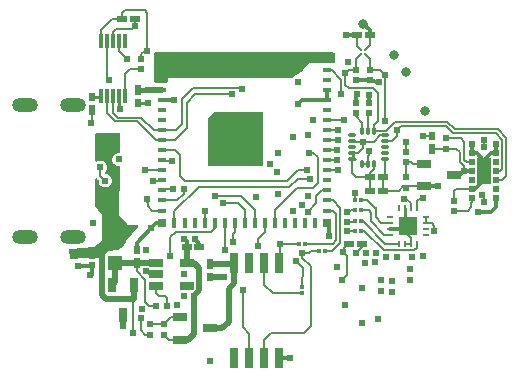
<source format=gtl>
G04 Layer: TopLayer*
G04 Panelize: , Column: 1, Row: 1, Board Size: 43.14mm x 33.02mm, Panelized Board Size: 43.14mm x 33.02mm*
G04 EasyEDA v6.5.42, 2024-05-16 10:06:30*
G04 7028ff2cb4d24ddea7bcc12f254d0658,9a4ed40c0dd746429eaf55b84663d2fb,10*
G04 Gerber Generator version 0.2*
G04 Scale: 100 percent, Rotated: No, Reflected: No *
G04 Dimensions in millimeters *
G04 leading zeros omitted , absolute positions ,4 integer and 5 decimal *
%FSLAX45Y45*%
%MOMM*%

%AMMACRO1*21,1,$1,$2,0,0,$3*%
%AMMACRO2*4,1,4,-0.2,0.4001,0.2,0.4001,0.2,-0.4001,-0.2,-0.4001,-0.2,0.4001,0*%
%AMMACRO3*4,1,4,-0.1999,0.4001,0.1999,0.4001,0.1999,-0.4001,-0.1999,-0.4001,-0.1999,0.4001,0*%
%ADD10C,0.2000*%
%ADD11C,0.5000*%
%ADD12C,0.1600*%
%ADD13C,0.3000*%
%ADD14C,0.2616*%
%ADD15C,0.2110*%
%ADD16C,0.2960*%
%ADD17C,0.4648*%
%ADD18C,0.2620*%
%ADD19C,0.2030*%
%ADD20C,0.3130*%
%ADD21R,1.1999X1.1999*%
%ADD22R,1.2500X0.7000*%
%ADD23MACRO1,0.54X0.5656X0.0000*%
%ADD24R,0.5400X0.5657*%
%ADD25R,1.2000X1.2000*%
%ADD26MACRO1,0.54X0.7901X0.0000*%
%ADD27R,0.5400X0.7901*%
%ADD28R,0.7112X1.7406*%
%ADD29MACRO1,0.54X0.5656X-90.0000*%
%ADD30R,0.7000X1.2500*%
%ADD31MACRO1,0.324X0.3031X-90.0000*%
%ADD32MACRO1,0.6223X1.1049X-90.0000*%
%ADD33MACRO1,0.54X0.7901X90.0000*%
%ADD34R,0.6000X0.5000*%
%ADD35R,0.3000X1.3000*%
%ADD36MACRO1,0.54X0.7901X-90.0000*%
%ADD37R,0.2500X0.6000*%
%ADD38R,0.6000X0.2500*%
%ADD39R,1.5000X1.5000*%
%ADD40MACRO1,0.324X0.3031X0.0000*%
%ADD41R,0.3240X0.3031*%
%ADD42O,0.7999984X0.2800096*%
%ADD43O,0.2800096X0.7999984*%
%ADD44R,0.8001X0.8001*%
%ADD45MACRO2*%
%ADD46MACRO3*%
%ADD47R,0.8001X0.4001*%
%ADD48R,0.5000X0.5000*%
%ADD49R,1.2000X2.3160*%
%ADD50O,2.1999956000000003X1.1999976*%
%ADD51C,0.8000*%
%ADD52C,0.6096*%
%ADD53C,0.6200*%
%ADD54C,0.0124*%

%LPD*%
G36*
X-459435Y1491538D02*
G01*
X-463296Y1492250D01*
X-466598Y1494434D01*
X-468833Y1497685D01*
X-469646Y1501597D01*
X-471271Y1660347D01*
X-470306Y1665833D01*
X-470306Y1737868D01*
X-469544Y1741728D01*
X-467309Y1745030D01*
X-464007Y1747266D01*
X-460146Y1748028D01*
X1048359Y1748028D01*
X1052271Y1747266D01*
X1055522Y1745030D01*
X1057757Y1741728D01*
X1058519Y1737868D01*
X1058519Y1668627D01*
X1057757Y1664766D01*
X1055573Y1661464D01*
X1052322Y1659280D01*
X1048512Y1658467D01*
X839114Y1655825D01*
X837184Y1654962D01*
X793140Y1596034D01*
X790549Y1593596D01*
X732586Y1555699D01*
X729640Y1554378D01*
X726541Y1553565D01*
X717651Y1549400D01*
X709625Y1543812D01*
X701802Y1535887D01*
X699363Y1534007D01*
X696722Y1532788D01*
X693826Y1532331D01*
X-120243Y1531315D01*
X-355955Y1529283D01*
X-356971Y1528318D01*
X-356311Y1502562D01*
X-356971Y1498600D01*
X-359156Y1495247D01*
X-362458Y1492961D01*
X-366369Y1492148D01*
G37*

%LPD*%
G36*
X-3759Y787349D02*
G01*
X-7670Y788111D01*
X-10922Y790295D01*
X-13157Y793597D01*
X-13919Y797509D01*
X-13919Y1181912D01*
X-13157Y1185824D01*
X-10922Y1189075D01*
X41503Y1241552D01*
X44805Y1243787D01*
X48717Y1244549D01*
X444550Y1244549D01*
X448462Y1243787D01*
X451713Y1241552D01*
X453948Y1238250D01*
X454710Y1234389D01*
X454710Y797509D01*
X453948Y793597D01*
X451713Y790295D01*
X448462Y788111D01*
X444550Y787349D01*
G37*

%LPD*%
G36*
X-1174445Y1219D02*
G01*
X-1178356Y1828D01*
X-1181760Y3860D01*
X-1184097Y7112D01*
X-1185011Y10972D01*
X-1187551Y76504D01*
X-1186942Y80365D01*
X-1184960Y83718D01*
X-1181862Y86055D01*
X-1178102Y87020D01*
X-978611Y100787D01*
X-977239Y101142D01*
X-913536Y150774D01*
X-912469Y152552D01*
X-910590Y371652D01*
X-910945Y373126D01*
X-966978Y448665D01*
X-968451Y451510D01*
X-969010Y454710D01*
X-969010Y671474D01*
X-968197Y675487D01*
X-965860Y678840D01*
X-962406Y680974D01*
X-958342Y681583D01*
X-954379Y680567D01*
X-950163Y676910D01*
X-943406Y670153D01*
X-941019Y666445D01*
X-939647Y651865D01*
X-937107Y642416D01*
X-932942Y633476D01*
X-927303Y625449D01*
X-920394Y618490D01*
X-912317Y612851D01*
X-903427Y608736D01*
X-893927Y606196D01*
X-884123Y605332D01*
X-874369Y606196D01*
X-864869Y608736D01*
X-855980Y612851D01*
X-847902Y618490D01*
X-840994Y625449D01*
X-835355Y633476D01*
X-831189Y642416D01*
X-828649Y651865D01*
X-827786Y661670D01*
X-828649Y671474D01*
X-831189Y680923D01*
X-835355Y689864D01*
X-840994Y697890D01*
X-847902Y704850D01*
X-855980Y710488D01*
X-864869Y714603D01*
X-874369Y717143D01*
X-879856Y717651D01*
X-883462Y718667D01*
X-886460Y720902D01*
X-888441Y724103D01*
X-889152Y728776D01*
X-888390Y732688D01*
X-886155Y735990D01*
X-881887Y740257D01*
X-876249Y748284D01*
X-872083Y757224D01*
X-869543Y766673D01*
X-868680Y776478D01*
X-869543Y786282D01*
X-872083Y795731D01*
X-876249Y804672D01*
X-881887Y812698D01*
X-888796Y819658D01*
X-896874Y825296D01*
X-905764Y829411D01*
X-915263Y831951D01*
X-925017Y832815D01*
X-934821Y831951D01*
X-944321Y829411D01*
X-953211Y825296D01*
X-957275Y823671D01*
X-961644Y823925D01*
X-965504Y825957D01*
X-968146Y829411D01*
X-969060Y833678D01*
X-969111Y1036116D01*
X-969365Y1056182D01*
X-968603Y1060145D01*
X-966419Y1063498D01*
X-963066Y1065682D01*
X-959103Y1066444D01*
X-767080Y1064869D01*
X-763168Y1064056D01*
X-759917Y1061821D01*
X-757732Y1058519D01*
X-757021Y1054608D01*
X-757275Y1031900D01*
X-757021Y1030681D01*
X-758291Y908913D01*
X-759002Y905256D01*
X-761034Y902055D01*
X-764032Y899871D01*
X-767638Y898906D01*
X-778916Y897991D01*
X-788365Y895451D01*
X-797255Y891336D01*
X-805332Y885698D01*
X-812241Y878738D01*
X-817880Y870712D01*
X-822045Y861771D01*
X-824585Y852322D01*
X-825449Y842518D01*
X-824585Y832713D01*
X-822045Y823264D01*
X-817880Y814324D01*
X-812241Y806297D01*
X-805332Y799338D01*
X-797255Y793699D01*
X-788365Y789584D01*
X-778865Y787044D01*
X-768959Y786180D01*
X-765352Y785114D01*
X-762355Y782878D01*
X-760374Y779627D01*
X-759714Y775919D01*
X-763981Y369062D01*
X-763524Y367436D01*
X-702208Y293065D01*
X-700430Y289864D01*
X-699922Y285597D01*
X-617321Y286105D01*
X-613562Y285445D01*
X-610311Y283413D01*
X-608076Y280314D01*
X-607110Y276656D01*
X-607568Y272846D01*
X-609396Y269494D01*
X-705408Y152806D01*
X-705713Y145592D01*
X-706374Y142443D01*
X-707948Y139649D01*
X-743458Y95707D01*
X-746963Y92913D01*
X-751281Y91897D01*
X-762304Y91795D01*
X-779627Y74523D01*
X-782878Y72390D01*
X-786638Y71577D01*
X-858570Y70510D01*
X-859282Y63398D01*
X-860399Y59690D01*
X-862787Y56692D01*
X-866089Y54813D01*
X-872845Y52476D01*
X-877722Y49428D01*
X-881786Y45313D01*
X-884885Y40436D01*
X-886764Y34950D01*
X-887476Y28702D01*
X-888746Y24892D01*
X-891336Y21793D01*
X-894943Y20015D01*
X-951585Y4724D01*
X-954430Y4368D01*
X-1053744Y6350D01*
G37*

%LPD*%
G36*
X217271Y1226108D02*
G01*
X157276Y1166114D01*
X157276Y1106119D01*
X277266Y1106119D01*
X277266Y1226108D01*
G37*
D10*
X-450263Y-401988D02*
G01*
X-455089Y-397162D01*
X-513509Y-397162D01*
X-544497Y-366174D01*
X-544497Y-179230D01*
X-618919Y-104808D01*
X-618919Y-34958D01*
D11*
X-639493Y-221140D02*
G01*
X-639493Y-338996D01*
X-876221Y-338996D01*
X-911019Y-304198D01*
X-911019Y62831D01*
D10*
X-455879Y-130741D02*
G01*
X-511858Y-130741D01*
X-536089Y-106509D01*
X466930Y304388D02*
G01*
X466930Y226661D01*
X408891Y168622D01*
X408891Y104995D01*
D12*
X783414Y-241460D02*
G01*
X788240Y-77884D01*
X731344Y-17432D01*
X997031Y494377D02*
G01*
X1042746Y494377D01*
X1103965Y433161D01*
X1103965Y132684D01*
X1039370Y68089D01*
X974549Y68089D01*
X828601Y397197D02*
G01*
X903902Y472498D01*
X903902Y536120D01*
X946988Y579211D01*
X997031Y579211D01*
X926238Y68092D02*
G01*
X861001Y68092D01*
X845101Y52189D01*
X785700Y52189D01*
X594601Y-37800D02*
G01*
X594601Y123578D01*
X594591Y123588D01*
X594601Y123578D01*
X594601Y96319D01*
X594601Y103576D01*
D13*
X589193Y-836924D02*
G01*
X590908Y-835210D01*
X680392Y-835210D01*
D12*
X594591Y123588D02*
G01*
X603910Y123588D01*
X608713Y128391D01*
X755855Y128391D01*
D10*
X-992883Y1258155D02*
G01*
X-992883Y1161034D01*
X-1001778Y1152136D01*
X127081Y304388D02*
G01*
X127081Y73903D01*
X129898Y71086D01*
D13*
X2427450Y893958D02*
G01*
X2385456Y895601D01*
X2318148Y828294D01*
X2318148Y817869D01*
X2217465Y893958D02*
G01*
X2260488Y893574D01*
X2318148Y835913D01*
X2318148Y817869D01*
X2217465Y968961D02*
G01*
X2217465Y893958D01*
X2217465Y593958D02*
G01*
X2250071Y594360D01*
X2321956Y666244D01*
X2321956Y742939D01*
X2427450Y968961D02*
G01*
X2427450Y893958D01*
D12*
X2427437Y668873D02*
G01*
X2478001Y668873D01*
X2508387Y699254D01*
X2508387Y1011425D01*
D13*
X2217460Y743958D02*
G01*
X2215019Y746396D01*
X2153998Y746396D01*
D12*
X2322469Y478962D02*
G01*
X2322469Y529336D01*
X2308202Y543603D01*
X2322469Y1008959D02*
G01*
X2322469Y944585D01*
X2321384Y943500D01*
D11*
X-523669Y1429351D02*
G01*
X-403019Y1429351D01*
D13*
X1352359Y1320380D02*
G01*
X1346964Y1325775D01*
X1346964Y1389118D01*
X997005Y304325D02*
G01*
X1012802Y288531D01*
X1012802Y191406D01*
D10*
X1391879Y804631D02*
G01*
X1391879Y763483D01*
X1354581Y726186D01*
X1358574Y722193D01*
X1358574Y689564D01*
D12*
X-403019Y919319D02*
G01*
X-292275Y919319D01*
X-250111Y877409D01*
X-250111Y700879D01*
X-209217Y659731D01*
X651842Y659731D01*
X-298119Y303877D02*
G01*
X-298119Y406478D01*
X-93903Y610707D01*
X674720Y610707D01*
X743811Y679797D01*
X852299Y679797D01*
X823191Y754499D02*
G01*
X746602Y754499D01*
X651837Y659734D01*
D13*
X-495297Y261612D02*
G01*
X-452584Y304325D01*
X-402993Y304325D01*
X-618919Y74007D02*
G01*
X-618919Y137990D01*
X-495297Y261612D01*
X-997884Y-52230D02*
G01*
X-999162Y-137068D01*
X-1000841Y-135389D01*
X-1013711Y-135389D01*
X-997965Y-52196D02*
G01*
X-1002017Y-56248D01*
X-1117856Y-56248D01*
D10*
X1481902Y1044608D02*
G01*
X1445166Y1044608D01*
X1393256Y992700D01*
X1299898Y992700D01*
X1358470Y689449D02*
G01*
X1356438Y572355D01*
X1201882Y994620D02*
G01*
X1203802Y992700D01*
X1299898Y992700D01*
D13*
X1248234Y1893917D02*
G01*
X1157556Y1892139D01*
X1247726Y1391759D02*
G01*
X1235270Y1379303D01*
X1235270Y1319126D01*
X1236550Y1514949D02*
G01*
X1356438Y1514695D01*
X997005Y1344330D02*
G01*
X784016Y1344330D01*
X749302Y1309616D01*
X997000Y1429318D02*
G01*
X997000Y1344330D01*
X1300612Y1991888D02*
G01*
X1357320Y1935180D01*
X1357320Y1893945D01*
D12*
X1291922Y1084673D02*
G01*
X1291922Y1150967D01*
X1235280Y1207609D01*
X1235280Y1232501D01*
D14*
X1213436Y894681D02*
G01*
X1213436Y842865D01*
X1228676Y842865D01*
D12*
X1232639Y497070D02*
G01*
X1232689Y497121D01*
X1232689Y553788D01*
X1114808Y1399786D02*
G01*
X1114808Y1518584D01*
X1034115Y1599277D01*
X997031Y1599277D01*
X997005Y749333D02*
G01*
X998870Y751197D01*
X1082398Y751197D01*
X997005Y834321D02*
G01*
X1000572Y837887D01*
X1075794Y837887D01*
X997005Y919340D02*
G01*
X1001077Y923409D01*
X1080594Y923409D01*
X997005Y1004326D02*
G01*
X1000086Y1007407D01*
X1084201Y1007407D01*
X997005Y1089314D02*
G01*
X998794Y1091100D01*
X1085090Y1091100D01*
X997005Y1174325D02*
G01*
X999888Y1177206D01*
X1140005Y1177206D01*
X-402993Y834321D02*
G01*
X-401530Y832858D01*
X-318767Y832858D01*
X-403019Y494377D02*
G01*
X-277792Y494377D01*
X-218691Y553481D01*
X-218691Y592320D01*
X-816785Y1377027D02*
G01*
X-816785Y1237581D01*
X-775383Y1196433D01*
X-581835Y1196433D01*
X-474901Y1089245D01*
X-403019Y1089245D01*
D10*
X297007Y304325D02*
G01*
X297007Y414309D01*
X241170Y470146D01*
X113286Y470146D01*
X381988Y304325D02*
G01*
X381988Y411767D01*
X264934Y528820D01*
X45722Y528820D01*
D12*
X-402993Y579335D02*
G01*
X-393057Y589272D01*
X-307591Y589272D01*
X-403019Y749393D02*
G01*
X-545259Y748377D01*
X-403019Y664303D02*
G01*
X-406118Y661205D01*
X-478203Y661205D01*
X1230866Y239034D02*
G01*
X1228831Y236999D01*
X1164008Y236999D01*
X1230096Y318023D02*
G01*
X1225882Y313809D01*
X1165202Y313809D01*
X-42593Y406493D02*
G01*
X-42593Y304736D01*
X-43004Y304325D01*
D11*
X-196009Y-35720D02*
G01*
X-195501Y99661D01*
X-734387Y-471177D02*
G01*
X-734387Y-567623D01*
X-734113Y-567900D01*
D10*
X-884171Y661662D02*
G01*
X-925070Y702561D01*
X-925070Y720846D01*
X-925070Y776475D01*
D12*
X1356438Y1601307D02*
G01*
X1440667Y1601307D01*
X1486486Y1555488D01*
X1486489Y1555485D01*
X1486489Y1170122D01*
X1303393Y804585D02*
G01*
X1303446Y804638D01*
X1341884Y804638D01*
X1341884Y1084623D02*
G01*
X1341884Y1223332D01*
X1352359Y1233807D01*
X1318265Y1771528D02*
G01*
X1357320Y1810583D01*
X1357320Y1893945D01*
X1278285Y1771528D02*
G01*
X1248303Y1801510D01*
X1248303Y1893945D01*
X1278285Y1731548D02*
G01*
X1236553Y1689816D01*
X1236553Y1601525D01*
X1318265Y1731548D02*
G01*
X1356441Y1693372D01*
X1356441Y1601271D01*
D13*
X-304975Y1344007D02*
G01*
X-403019Y1344261D01*
D12*
X-402996Y1089314D02*
G01*
X-288719Y1089314D01*
D10*
X-916861Y1847181D02*
G01*
X-916861Y1939129D01*
X-825675Y2030061D01*
X-740331Y2030061D01*
X-740331Y2030061D02*
G01*
X-740331Y2083909D01*
X-714169Y2109817D01*
X-551609Y2109817D01*
X-526463Y2084671D01*
X-526463Y1764123D01*
X-816785Y1847181D02*
G01*
X-816785Y1924397D01*
X-793417Y1947765D01*
X-656003Y1947765D01*
X-631111Y1972657D01*
X-631111Y1972657D02*
G01*
X-631111Y1972657D01*
X-631111Y2030061D01*
X-578025Y1691225D02*
G01*
X-578025Y1734151D01*
X-548053Y1764123D01*
X-526463Y1764123D01*
X-766780Y1847103D02*
G01*
X-766780Y1758569D01*
X-698700Y1690489D01*
D15*
X-716760Y1377104D02*
G01*
X-716760Y1563773D01*
X-675896Y1604637D01*
X-578004Y1604637D01*
D16*
X-520113Y1319979D02*
G01*
X-521004Y1320871D01*
X-606976Y1320871D01*
D17*
X-523669Y1429453D02*
G01*
X-524073Y1429857D01*
X-606976Y1429857D01*
D18*
X-992883Y1367172D02*
G01*
X-926693Y1367172D01*
X-916762Y1377104D01*
X-766767Y1377104D02*
G01*
X-766767Y1273771D01*
X-758111Y1265115D01*
D19*
X-455851Y-225712D02*
G01*
X-456359Y-285910D01*
X-429689Y-312580D01*
X-381175Y-312580D01*
X-363903Y-330106D01*
X-363903Y-401988D01*
D10*
X42014Y304337D02*
G01*
X41394Y258003D01*
X14097Y230698D01*
X-288594Y230698D01*
X-334210Y185084D01*
X-334210Y27602D01*
D11*
X-455851Y-35720D02*
G01*
X-618919Y-34958D01*
X-618995Y-34958D02*
G01*
X-623237Y-30716D01*
X-801621Y-30716D01*
X-829383Y-221241D02*
G01*
X-801618Y-193476D01*
X-801618Y-30716D01*
D12*
X-332407Y1089245D02*
G01*
X-281099Y1089245D01*
X-232585Y1138013D01*
X-232585Y1353405D01*
X-137843Y1448147D01*
X269826Y1448147D01*
X277954Y1440019D01*
X-866823Y1378297D02*
G01*
X-866823Y1233771D01*
X-798243Y1165191D01*
X-615871Y1165191D01*
X-454835Y1004409D01*
X-291005Y1004409D01*
X-190421Y1104739D01*
X-190421Y1322163D01*
X-120825Y1391759D01*
X187784Y1391759D01*
D13*
X-86461Y99568D02*
G01*
X-86461Y126359D01*
X-127505Y167403D01*
X-213890Y167098D02*
G01*
X-213890Y167088D01*
X-195478Y148676D01*
X-195478Y99568D01*
D10*
X-866780Y1847103D02*
G01*
X-866780Y1526794D01*
X-853488Y1513502D01*
D12*
X2217470Y818967D02*
G01*
X2177127Y818967D01*
X2156998Y839096D01*
X2156998Y989995D01*
X2126912Y1020081D01*
X2004291Y1020081D01*
X2508328Y1011521D02*
G01*
X2508328Y1026761D01*
X2437462Y1097627D01*
X2074242Y1097627D01*
X2010742Y1161127D01*
X1568528Y1161127D01*
X1492074Y1084673D01*
X1391998Y1084673D01*
X1588340Y1088991D02*
G01*
X1622376Y1123027D01*
X1999566Y1123027D01*
X2060526Y1062067D01*
X2422222Y1062067D01*
X2476832Y1007457D01*
X2476832Y759807D01*
X2461084Y744059D01*
X2427556Y744059D01*
X1886028Y933797D02*
G01*
X2004392Y933543D01*
X1280947Y497070D02*
G01*
X1332936Y497070D01*
X1401894Y428106D01*
X1827618Y354284D02*
G01*
X1827618Y304302D01*
D18*
X1677624Y279082D02*
G01*
X1652597Y304078D01*
X1652597Y429094D01*
D20*
X1527606Y254284D02*
G01*
X1652846Y254284D01*
X1677624Y279082D01*
D12*
X1827740Y304355D02*
G01*
X1878291Y304355D01*
X1903199Y279450D01*
X1903199Y232503D01*
D10*
X1652770Y129087D02*
G01*
X1652770Y128295D01*
X1702777Y129095D01*
D12*
X1494751Y204271D02*
G01*
X1527520Y204271D01*
X1279222Y239107D02*
G01*
X1308940Y239107D01*
X1476072Y71975D01*
X1496392Y71975D01*
X1404444Y435703D02*
G01*
X1404444Y351375D01*
X1451180Y304385D01*
X1527634Y304385D01*
X1602818Y129125D02*
G01*
X1486486Y129125D01*
X1297510Y318101D01*
X1278460Y318101D01*
D10*
X1465653Y572861D02*
G01*
X1599463Y572861D01*
X1641096Y614494D01*
X1815746Y614494D01*
D12*
X1663778Y689449D02*
G01*
X1661746Y816195D01*
X1815746Y804486D02*
G01*
X1718812Y804486D01*
X1707078Y816218D01*
X1661698Y816218D01*
X2217465Y518972D02*
G01*
X2215779Y438147D01*
X2067384Y406493D02*
G01*
X2183970Y406493D01*
X2215720Y438243D01*
X2217498Y593945D02*
G01*
X2087958Y593945D01*
X2067384Y573371D01*
X2067384Y493107D01*
X1732452Y71912D02*
G01*
X1752805Y92262D01*
X1752805Y129092D01*
X2004392Y933543D02*
G01*
X2087704Y933543D01*
X2115898Y905349D01*
X2115898Y820259D01*
X2153998Y782159D01*
X2153998Y746345D01*
D13*
X2427556Y519015D02*
G01*
X2427556Y442561D01*
X2384376Y399635D01*
X2273632Y399635D01*
X2153996Y746399D02*
G01*
X2117087Y709490D01*
X2065672Y709490D01*
X1815736Y614494D02*
G01*
X1930796Y614494D01*
D12*
X1562178Y1013807D02*
G01*
X1588340Y1039969D01*
X1588340Y1088991D01*
X1481889Y994630D02*
G01*
X1543004Y994630D01*
X1562181Y1013807D01*
X1661746Y902809D02*
G01*
X1659206Y991201D01*
X1229339Y410966D02*
G01*
X1196660Y410966D01*
X1179893Y394200D01*
X1165506Y394200D01*
D10*
X1202004Y894684D02*
G01*
X1255857Y894684D01*
X1299898Y938725D01*
X1299898Y992700D01*
D12*
X1496486Y71912D02*
G01*
X1732452Y71912D01*
X1702625Y429092D02*
G01*
X1702625Y470870D01*
X1664995Y508500D01*
X1644906Y508500D01*
X1752678Y428337D02*
G01*
X1752678Y488281D01*
X1772490Y508093D01*
X1806780Y511903D01*
X1277698Y411065D02*
G01*
X1345516Y411065D01*
X1365074Y391507D01*
X1365074Y316831D01*
X1477596Y204309D01*
X1527634Y204309D01*
X804166Y128389D02*
G01*
X1042520Y128389D01*
X1071196Y157065D01*
X1071196Y380842D01*
X1042499Y409287D01*
X997031Y409287D01*
X1177592Y129908D02*
G01*
X1127998Y80314D01*
X1127998Y56100D01*
X1128092Y55973D02*
G01*
X1163906Y20159D01*
X1163906Y-134018D01*
X1116916Y-181008D01*
X1286588Y129887D02*
G01*
X1286588Y96867D01*
X1236042Y46321D01*
D10*
X552020Y304385D02*
G01*
X552020Y416653D01*
X737948Y602581D01*
X877140Y602581D01*
X915494Y641189D01*
X915494Y858613D01*
X873838Y900269D01*
X839802Y900269D01*
X1702894Y129125D02*
G01*
X1701878Y178401D01*
X1677748Y202277D01*
X1677748Y278985D01*
X1886028Y1042763D02*
G01*
X1806780Y1042763D01*
X1358470Y689449D02*
G01*
X1240106Y691481D01*
X1202006Y729835D01*
X1202006Y844643D01*
X1341960Y804511D02*
G01*
X1341706Y870551D01*
X1350342Y879441D01*
X1350342Y914493D01*
X1465658Y572355D02*
G01*
X1467690Y689449D01*
X1467589Y689551D02*
G01*
X1481889Y703851D01*
X1481889Y844618D01*
D12*
X1391998Y1084673D02*
G01*
X1391998Y1131663D01*
X1425018Y1164937D01*
X1425018Y1406237D01*
X1385902Y1445607D01*
X1177622Y1445607D01*
X1148412Y1474817D01*
X1148412Y1573369D01*
X1176606Y1601563D01*
X1236550Y1601563D01*
D13*
X1356438Y1514695D02*
G01*
X1361236Y1509897D01*
X1393197Y1509897D01*
X1409697Y1493398D01*
X1431897Y1493398D01*
D12*
X783414Y-289720D02*
G01*
X532462Y-289720D01*
X462104Y-219616D01*
X462104Y-37752D01*
X785700Y52163D02*
G01*
X785700Y8729D01*
X854026Y-59596D01*
X854026Y-569374D01*
X797638Y-625762D01*
X520270Y-625762D01*
X462104Y-683928D01*
X462104Y-836836D01*
D10*
X194642Y145127D02*
G01*
X194642Y209643D01*
X211914Y226915D01*
X211914Y304385D01*
D11*
X-249763Y-683892D02*
G01*
X-186202Y-683892D01*
X-136192Y-633884D01*
X-136192Y-313799D01*
X-88806Y-266412D01*
X-88806Y-77101D01*
X-130081Y-35821D01*
X-195887Y-35821D01*
X208206Y-37879D02*
G01*
X205793Y-40292D01*
X4803Y-40292D01*
D12*
X281002Y-260764D02*
G01*
X281002Y-576994D01*
X337136Y-632874D01*
X337136Y-845472D01*
D10*
X-507591Y-555505D02*
G01*
X-506702Y-554616D01*
X-389102Y-554616D01*
X-389100Y-554616D02*
G01*
X-328391Y-493908D01*
X-282059Y-493908D01*
X-389100Y-641179D02*
G01*
X-346387Y-683892D01*
X-249763Y-683892D01*
X-507669Y-642015D02*
G01*
X-545683Y-642015D01*
X-581403Y-606295D01*
X-581403Y-502495D01*
D11*
X78Y-588932D02*
G01*
X101424Y-588932D01*
X159590Y-530766D01*
X159590Y-256700D01*
X208104Y-208186D01*
X208104Y-38006D01*
X4808Y-149308D02*
G01*
X4909Y-149410D01*
X124792Y-149410D01*
D10*
X-403019Y409287D02*
G01*
X-486331Y409287D01*
X-524431Y447387D01*
X-526463Y507331D01*
X-649805Y-624288D02*
G01*
X-649805Y-338996D01*
D21*
G01*
X52250Y1011953D03*
G01*
X52250Y846955D03*
G01*
X217248Y846955D03*
G01*
X382247Y846955D03*
G01*
X382247Y1011953D03*
G01*
X382247Y1176952D03*
G01*
X217248Y1176952D03*
G01*
X217248Y1011953D03*
D22*
G01*
X180Y-588906D03*
G01*
X-249781Y-683902D03*
G01*
X-249781Y-493910D03*
D23*
G01*
X-389100Y-554615D03*
D24*
G01*
X-389100Y-641179D03*
D23*
G01*
X-507598Y-642082D03*
D24*
G01*
X-507591Y-555505D03*
D25*
G01*
X-801621Y289196D03*
G01*
X-801621Y-30792D03*
D26*
G01*
X4800Y-40294D03*
D27*
G01*
X4803Y-149308D03*
D28*
G01*
X208206Y-836937D03*
G01*
X335206Y-836937D03*
G01*
X462206Y-836937D03*
G01*
X589206Y-836937D03*
G01*
X589206Y-37879D03*
G01*
X462206Y-37879D03*
G01*
X335206Y-37879D03*
G01*
X208206Y-37879D03*
D29*
G01*
X-450381Y-401998D03*
G01*
X-363815Y-401998D03*
D30*
G01*
X-734387Y-471177D03*
G01*
X-829383Y-221241D03*
G01*
X-639391Y-221241D03*
D31*
G01*
X1230937Y239107D03*
G01*
X1279248Y239107D03*
G01*
X1230175Y318101D03*
G01*
X1278486Y318101D03*
G01*
X1229413Y411065D03*
G01*
X1277724Y411065D03*
G01*
X1232715Y497171D03*
G01*
X1281026Y497171D03*
D26*
G01*
X-992886Y1258166D03*
D27*
G01*
X-992883Y1367172D03*
D32*
G01*
X-195879Y-225783D03*
G01*
X-195879Y-35834D03*
G01*
X-455884Y-35831D03*
G01*
X-455884Y-130746D03*
G01*
X-455881Y-225778D03*
D23*
G01*
X-1117854Y30328D03*
D24*
G01*
X-1117851Y-56243D03*
D33*
G01*
X-86464Y99568D03*
G01*
X-195474Y99568D03*
D26*
G01*
X-618997Y-34947D03*
D27*
G01*
X-618995Y74058D03*
D34*
G01*
X-997963Y-52204D03*
G01*
X-997963Y27805D03*
D35*
G01*
X-916759Y1377104D03*
G01*
X-866772Y1377104D03*
G01*
X-816785Y1377104D03*
G01*
X-766772Y1377104D03*
G01*
X-716760Y1377104D03*
G01*
X-716785Y1847080D03*
G01*
X-766772Y1847080D03*
G01*
X-816759Y1847080D03*
G01*
X-866772Y1847080D03*
G01*
X-916785Y1847080D03*
D36*
G01*
X1248305Y1893945D03*
G01*
X1357317Y1893945D03*
D26*
G01*
X-606978Y1429870D03*
D27*
G01*
X-606981Y1320868D03*
D37*
G01*
X1602767Y129100D03*
G01*
X1652780Y129100D03*
G01*
X1702767Y129100D03*
G01*
X1752780Y129100D03*
D38*
G01*
X1827608Y204284D03*
G01*
X1827608Y254297D03*
G01*
X1827608Y304284D03*
G01*
X1827608Y354296D03*
D37*
G01*
X1752627Y429099D03*
G01*
X1702615Y429099D03*
G01*
X1652628Y429099D03*
G01*
X1602767Y429099D03*
D38*
G01*
X1527609Y354296D03*
G01*
X1527609Y304284D03*
G01*
X1527609Y254297D03*
G01*
X1527609Y204284D03*
D39*
G01*
X1677621Y279087D03*
D23*
G01*
X-578022Y1691189D03*
D24*
G01*
X-578025Y1604611D03*
D33*
G01*
X1467589Y689564D03*
G01*
X1358577Y689564D03*
D23*
G01*
X1235268Y1232548D03*
D24*
G01*
X1235280Y1319115D03*
D23*
G01*
X1352362Y1233818D03*
D24*
G01*
X1352374Y1320385D03*
D33*
G01*
X1465557Y572470D03*
G01*
X1356545Y572470D03*
D31*
G01*
X926241Y68099D03*
G01*
X974552Y68099D03*
G01*
X755843Y128399D03*
G01*
X804153Y128399D03*
D40*
G01*
X783297Y-289653D03*
D41*
G01*
X783287Y-241333D03*
D42*
G01*
X1481889Y844618D03*
G01*
X1481889Y894631D03*
G01*
X1481889Y944618D03*
G01*
X1481889Y994630D03*
G01*
X1481889Y1044618D03*
D43*
G01*
X1391871Y1084623D03*
G01*
X1341884Y1084623D03*
G01*
X1291871Y1084623D03*
D42*
G01*
X1201879Y1044618D03*
G01*
X1201879Y994630D03*
G01*
X1201879Y944618D03*
G01*
X1201879Y894631D03*
G01*
X1201879Y844618D03*
D43*
G01*
X1291871Y804638D03*
G01*
X1341884Y804638D03*
G01*
X1391871Y804638D03*
D44*
G01*
X-402993Y1704306D03*
D45*
G01*
X-298000Y1704319D03*
G01*
X-212986Y1704319D03*
G01*
X-127998Y1704319D03*
G01*
X-42984Y1704319D03*
G01*
X42003Y1704319D03*
D46*
G01*
X127005Y1704319D03*
D45*
G01*
X212006Y1704319D03*
G01*
X382008Y1704319D03*
D46*
G01*
X297007Y1704319D03*
G01*
X467009Y1704319D03*
D45*
G01*
X552010Y1704319D03*
G01*
X636998Y1704319D03*
G01*
X722012Y1704319D03*
G01*
X807001Y1704319D03*
G01*
X892014Y1704319D03*
D44*
G01*
X997003Y1704306D03*
D47*
G01*
X997003Y1599303D03*
G01*
X997003Y1514314D03*
G01*
X997003Y1429326D03*
G01*
X997003Y1344312D03*
G01*
X997003Y1259298D03*
G01*
X997003Y1174310D03*
G01*
X997003Y1089296D03*
G01*
X997003Y1004333D03*
G01*
X997003Y919319D03*
G01*
X997003Y834306D03*
G01*
X997003Y749317D03*
G01*
X997003Y664303D03*
G01*
X997003Y579315D03*
G01*
X997003Y494301D03*
G01*
X997003Y409313D03*
D44*
G01*
X997003Y304309D03*
D45*
G01*
X892014Y304322D03*
G01*
X807001Y304322D03*
G01*
X722012Y304322D03*
G01*
X636998Y304322D03*
G01*
X552010Y304322D03*
D46*
G01*
X467009Y304322D03*
D45*
G01*
X382008Y304322D03*
D46*
G01*
X297007Y304322D03*
D45*
G01*
X212006Y304322D03*
D46*
G01*
X127005Y304322D03*
D45*
G01*
X42003Y304322D03*
G01*
X-42984Y304322D03*
G01*
X-127998Y304322D03*
G01*
X-212986Y304322D03*
G01*
X-298000Y304322D03*
D44*
G01*
X-402993Y304309D03*
D47*
G01*
X-402993Y409313D03*
G01*
X-402993Y494301D03*
G01*
X-402993Y579315D03*
G01*
X-402993Y664303D03*
G01*
X-402993Y749317D03*
G01*
X-402993Y834306D03*
G01*
X-402993Y919319D03*
G01*
X-402993Y1004333D03*
G01*
X-402993Y1089296D03*
G01*
X-402993Y1174310D03*
G01*
X-402993Y1259298D03*
G01*
X-402993Y1344312D03*
G01*
X-402993Y1429326D03*
G01*
X-402993Y1599303D03*
G01*
X-402993Y1514314D03*
D10*
G01*
X1318262Y1771515D03*
G01*
X1318262Y1731535D03*
G01*
X1278282Y1771515D03*
G01*
X1278282Y1731535D03*
D23*
G01*
X1236553Y1514961D03*
D24*
G01*
X1236550Y1601538D03*
D23*
G01*
X1356441Y1514707D03*
D24*
G01*
X1356438Y1601284D03*
D36*
G01*
X-740224Y2030176D03*
G01*
X-631212Y2030176D03*
D48*
G01*
X2217473Y518965D03*
G01*
X2217473Y593971D03*
G01*
X2217473Y668952D03*
G01*
X2217473Y743958D03*
G01*
X2217473Y818964D03*
G01*
X2217473Y893970D03*
G01*
X2217473Y968951D03*
G01*
X2322476Y478960D03*
D49*
G01*
X2322476Y743958D03*
D48*
G01*
X2322476Y1008956D03*
G01*
X2427455Y518965D03*
G01*
X2427455Y593971D03*
G01*
X2427455Y668952D03*
G01*
X2427455Y743958D03*
G01*
X2427455Y818964D03*
G01*
X2427455Y893970D03*
G01*
X2427455Y968951D03*
D22*
G01*
X2065657Y709490D03*
G01*
X1815721Y614494D03*
G01*
X1815721Y804486D03*
D36*
G01*
X1177592Y129900D03*
G01*
X1286603Y129900D03*
D23*
G01*
X1661695Y816215D03*
D24*
G01*
X1661695Y902784D03*
D23*
G01*
X2067295Y492982D03*
D24*
G01*
X2067283Y406417D03*
D23*
G01*
X2004296Y1020080D03*
D24*
G01*
X2004291Y933518D03*
D23*
G01*
X1663796Y689479D03*
D24*
G01*
X1663804Y602912D03*
D26*
G01*
X1886097Y933691D03*
D27*
G01*
X1886104Y1042713D03*
D50*
G01*
X-1160447Y181907D03*
G01*
X-1560446Y181907D03*
G01*
X-1160447Y1305882D03*
G01*
X-1560446Y1305882D03*
D51*
G01*
X1562254Y1730265D03*
G01*
X1300609Y1991885D03*
G01*
X1823900Y1249697D03*
G01*
X1661695Y1582234D03*
D52*
G01*
X-520113Y1319979D03*
G01*
X1903199Y232503D03*
G01*
X-526463Y1764225D03*
G01*
X-758111Y1265115D03*
G01*
X-523669Y1429453D03*
G01*
X277954Y1440121D03*
G01*
X187784Y1391861D03*
G01*
X-299641Y1599379D03*
G01*
X-304975Y1344109D03*
G01*
X-853488Y1513502D03*
G01*
X-698700Y1690489D03*
G01*
X-631111Y1972657D03*
G01*
X-1001773Y1152136D03*
G01*
X1114808Y1399786D03*
G01*
X1486486Y1170119D03*
G01*
X1588264Y1088890D03*
G01*
X1806907Y511802D03*
G01*
X-925065Y776470D03*
G01*
X-884171Y661662D03*
G01*
X45722Y528820D03*
G01*
X113286Y470146D03*
G01*
X-910333Y433824D03*
G01*
X-907539Y1011674D03*
G01*
X-734108Y-567900D03*
G01*
X-649805Y-624288D03*
G01*
X-273606Y-387306D03*
G01*
X194693Y145204D03*
G01*
X129898Y71086D03*
G01*
X-217802Y-316796D03*
G01*
X408891Y104995D03*
G01*
X731395Y-17406D03*
G01*
X828601Y397197D03*
G01*
X281104Y-260713D03*
G01*
X-42593Y406493D03*
G01*
X1116840Y-181109D03*
G01*
X1127991Y56100D03*
G01*
X1232689Y553788D03*
G01*
X1165506Y394200D03*
G01*
X1165202Y313809D03*
G01*
X-545335Y748276D03*
G01*
X-478203Y661205D03*
G01*
X-218691Y592320D03*
G01*
X-307591Y589272D03*
G01*
X852299Y679797D03*
G01*
X779096Y455388D03*
G01*
X574296Y731512D03*
G01*
X708306Y407103D03*
G01*
X514682Y805781D03*
G01*
X823191Y754499D03*
G01*
X-318767Y832858D03*
G01*
X2308202Y543603D03*
G01*
X2321384Y943500D03*
G01*
X2153998Y746396D03*
G01*
X1082398Y751197D03*
G01*
X1075794Y837887D03*
G01*
X1080594Y923409D03*
G01*
X1084201Y1007407D03*
G01*
X1140005Y1177206D03*
G01*
X1085090Y1091100D03*
G01*
X140972Y1076952D03*
G01*
X134114Y931410D03*
G01*
X300230Y1080508D03*
G01*
X296674Y931410D03*
G01*
X1148336Y1573268D03*
G01*
X1486486Y1555488D03*
G01*
X745797Y1500598D03*
G01*
X706630Y1032756D03*
G01*
X392940Y526534D03*
G01*
X749302Y1309616D03*
G01*
X1431902Y1493385D03*
G01*
X1247726Y1391759D03*
G01*
X1157556Y1892139D03*
G01*
X1299898Y992700D03*
G01*
X874499Y1173599D03*
G01*
X2318133Y817872D03*
G01*
X2273708Y399610D03*
G01*
X1677621Y279087D03*
G01*
X1235991Y46194D03*
G01*
X-989073Y302252D03*
G01*
X-1013711Y-135389D03*
G01*
X-769109Y842510D03*
G01*
X-495297Y261612D03*
G01*
X-220799Y-128988D03*
G01*
X612Y-867011D03*
G01*
X-213890Y167098D03*
G01*
X-127505Y167403D03*
G01*
X839701Y900295D03*
G01*
X1350342Y914493D03*
G01*
X1078994Y-70619D03*
G01*
X1452628Y-267977D03*
G01*
X1012802Y191406D03*
G01*
X2321943Y742942D03*
G01*
X2323238Y667504D03*
G01*
X1346964Y1389118D03*
G01*
X1164008Y236999D03*
G01*
X1314198Y-32519D03*
G01*
X1402844Y-30233D03*
G01*
X1452882Y-181617D03*
G01*
X1543052Y-183649D03*
G01*
X1696468Y-178061D03*
G01*
X1694436Y-88653D03*
G01*
X1541274Y-280423D03*
G01*
X1425450Y-505213D03*
G01*
X1148158Y-394114D03*
G01*
X1290652Y-543974D03*
G01*
X1290652Y-244000D03*
G01*
X785700Y52189D03*
G01*
X594591Y123588D03*
G01*
X-136192Y-313799D03*
G01*
X-334210Y27602D03*
D53*
G01*
X-535505Y77563D03*
G01*
X-571192Y-420301D03*
D52*
G01*
X680392Y-835210D03*
G01*
X1930783Y614494D03*
G01*
X574499Y896993D03*
G01*
X830988Y529506D03*
G01*
X834011Y1049393D03*
G01*
X580189Y551400D03*
G01*
X1659206Y991201D03*
G01*
X1644906Y508500D03*
G01*
X1807491Y21887D03*
G01*
X1711505Y14394D03*
G01*
X1587908Y16197D03*
G01*
X1492201Y16502D03*
G01*
X1410591Y48607D03*
G01*
X1322402Y47998D03*
G01*
X1806907Y1042789D03*
G01*
X1169088Y1668289D03*
D53*
G01*
X-536089Y-106509D03*
G01*
X-581403Y-502495D03*
D52*
G01*
X124792Y-149410D03*
G01*
X-526488Y507306D03*
M02*

</source>
